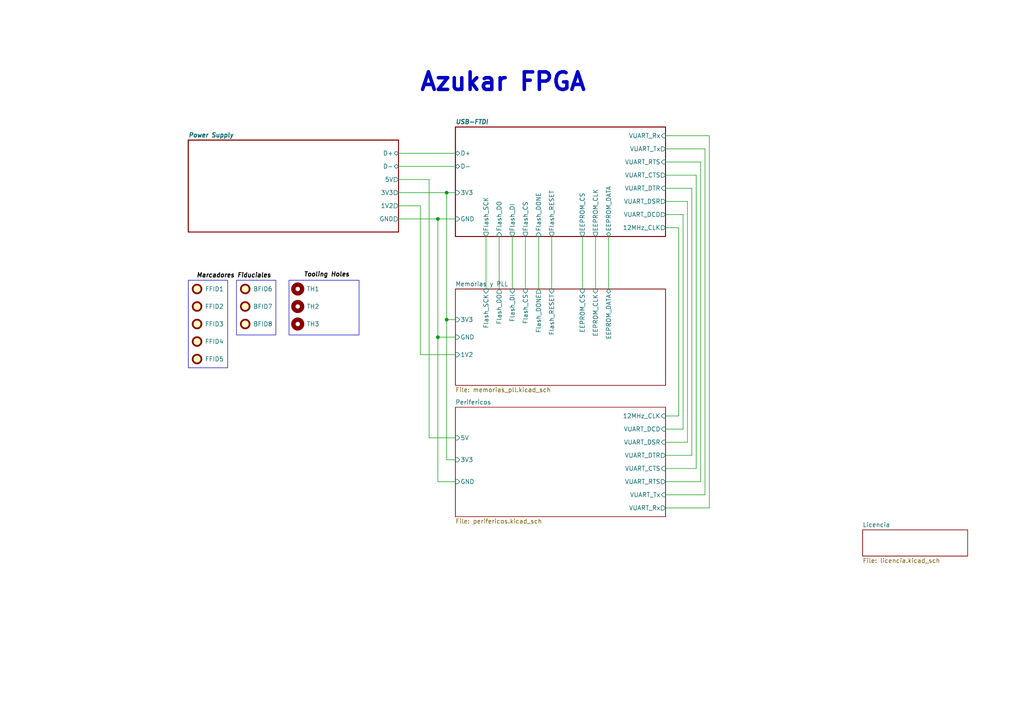
<source format=kicad_sch>
(kicad_sch (version 20250114) (generator "eeschema") (generator_version "9.0")
  (paper "A4")
  (title_block (title "Azukar FPGA") (date "2026-02-04") (rev "1.4") (company "Maximiliano Simonazzi, Valentin Gomez Espeche") (comment 1 "attribution to the original AZUKAR project is preserved.") (comment 2 "This design may be copied, modified, manufactured, and distributed provided that") (comment 3 "Year: 2026") (comment 4 "License: CERN Open Hardware Licence v2 – Permissive (CERN-OHL-P-2.0)"))
  (lib_symbols
    (symbol "Mechanical:Fiducial" (in_bom no)
      (property "Reference" "FID" (at 0 5.08 0))
      (property "Value" "Fiducial" (at 0 3.175 0))
      (symbol "Fiducial_0_1"
        (circle (center 0 0) (radius 1.27) (stroke (width 0.508)) (fill (type background)))
      )
    )
    (symbol "Mechanical:MountingHole" (pin_names (offset 1.016)) (in_bom no)
      (property "Reference" "H" (at 0 5.08 0))
      (property "Value" "MountingHole" (at 0 3.175 0))
      (symbol "MountingHole_0_1"
        (circle (center 0 0) (radius 1.27) (stroke (width 1.27)))
      )
    )
  )
  (rectangle (start 83.82 81.28) (end 104.14 97.155))
  (rectangle (start 68.58 81.28) (end 80.01 97.155))
  (rectangle (start 54.61 81.28) (end 66.04 106.68))
  (text "Tooling Holes" (at 94.742 79.756 0) (effects (font (size 1.27 1.27) (thickness 0.254) (bold yes) (italic yes))))
  (text "Marcadores Fiduciales" (at 67.818 80.01 0) (effects (font (size 1.27 1.27) (thickness 0.254) (bold yes) (italic yes))))
  (text "Azukar FPGA" (at 121.412 23.876 0) (effects (font (size 5.08 5.08) (thickness 1.016) (bold yes)) (justify left)))
  (junction (at 127 97.79))
  (junction (at 127 63.5))
  (junction (at 129.54 92.71))
  (junction (at 129.54 55.88))
  (wire (pts (xy 193.04 128.27) (xy 199.39 128.27)))
  (wire (pts (xy 124.46 52.07) (xy 115.57 52.07)))
  (wire (pts (xy 193.04 124.46) (xy 198.12 124.46)))
  (wire (pts (xy 127 97.79) (xy 127 63.5)))
  (wire (pts (xy 205.74 147.32) (xy 205.74 39.37)))
  (wire (pts (xy 121.92 59.69) (xy 115.57 59.69)))
  (wire (pts (xy 132.08 127) (xy 124.46 127)))
  (wire (pts (xy 127 97.79) (xy 132.08 97.79)))
  (wire (pts (xy 193.04 43.18) (xy 204.47 43.18)))
  (wire (pts (xy 148.59 68.58) (xy 148.59 83.82)))
  (wire (pts (xy 129.54 133.35) (xy 129.54 92.71)))
  (wire (pts (xy 129.54 55.88) (xy 132.08 55.88)))
  (wire (pts (xy 172.72 68.58) (xy 172.72 83.82)))
  (wire (pts (xy 204.47 143.51) (xy 204.47 43.18)))
  (wire (pts (xy 193.04 58.42) (xy 199.39 58.42)))
  (wire (pts (xy 203.2 139.7) (xy 203.2 46.99)))
  (wire (pts (xy 193.04 139.7) (xy 203.2 139.7)))
  (wire (pts (xy 168.91 68.58) (xy 168.91 83.82)))
  (wire (pts (xy 132.08 102.87) (xy 121.92 102.87)))
  (wire (pts (xy 121.92 102.87) (xy 121.92 59.69)))
  (wire (pts (xy 193.04 147.32) (xy 205.74 147.32)))
  (wire (pts (xy 115.57 63.5) (xy 127 63.5)))
  (wire (pts (xy 193.04 132.08) (xy 200.66 132.08)))
  (wire (pts (xy 160.02 68.58) (xy 160.02 83.82)))
  (wire (pts (xy 193.04 143.51) (xy 204.47 143.51)))
  (wire (pts (xy 129.54 92.71) (xy 132.08 92.71)))
  (wire (pts (xy 144.78 68.58) (xy 144.78 83.82)))
  (wire (pts (xy 196.85 66.04) (xy 196.85 120.65)))
  (wire (pts (xy 132.08 139.7) (xy 127 139.7)))
  (wire (pts (xy 193.04 39.37) (xy 205.74 39.37)))
  (wire (pts (xy 152.4 68.58) (xy 152.4 83.82)))
  (wire (pts (xy 127 63.5) (xy 132.08 63.5)))
  (wire (pts (xy 193.04 66.04) (xy 196.85 66.04)))
  (wire (pts (xy 129.54 55.88) (xy 129.54 92.71)))
  (wire (pts (xy 132.08 133.35) (xy 129.54 133.35)))
  (wire (pts (xy 193.04 120.65) (xy 196.85 120.65)))
  (wire (pts (xy 198.12 124.46) (xy 198.12 62.23)))
  (wire (pts (xy 156.21 68.58) (xy 156.21 83.82)))
  (wire (pts (xy 193.04 54.61) (xy 200.66 54.61)))
  (wire (pts (xy 193.04 62.23) (xy 198.12 62.23)))
  (wire (pts (xy 199.39 128.27) (xy 199.39 58.42)))
  (wire (pts (xy 193.04 135.89) (xy 201.93 135.89)))
  (wire (pts (xy 127 139.7) (xy 127 97.79)))
  (wire (pts (xy 115.57 48.26) (xy 132.08 48.26)))
  (wire (pts (xy 200.66 132.08) (xy 200.66 54.61)))
  (wire (pts (xy 115.57 55.88) (xy 129.54 55.88)))
  (wire (pts (xy 176.53 68.58) (xy 176.53 83.82)))
  (wire (pts (xy 193.04 50.8) (xy 201.93 50.8)))
  (wire (pts (xy 140.97 68.58) (xy 140.97 83.82)))
  (wire (pts (xy 124.46 127) (xy 124.46 52.07)))
  (wire (pts (xy 201.93 135.89) (xy 201.93 50.8)))
  (wire (pts (xy 193.04 46.99) (xy 203.2 46.99)))
  (wire (pts (xy 115.57 44.45) (xy 132.08 44.45)))
  (symbol (lib_id "Mechanical:MountingHole") (at 86.36 93.98 0) (unit 1) (in_bom no)
    (property "Reference" "TH3" (at 88.9 93.9799 0) (effects (justify left)))
    (property "Value" "MountingHole" (effects (hide yes)))
    (property "Footprint" "MountingHole:ToolingHole_1.152mm" (effects (hide yes)))
    (property "Description" "Mounting Hole without connection" (effects (hide yes)))
  )
  (symbol (lib_id "Mechanical:Fiducial") (at 57.15 99.06 0) (unit 1)
    (property "Reference" "FFID4" (at 59.436 99.06 0) (effects (justify left)))
    (property "Value" "Fiducial" (effects (hide yes)))
    (property "Footprint" "Fiducial:Fiducial_1mm_Mask2mm" (effects (hide yes)))
    (property "Description" "Fiducial Marker" (effects (hide yes)))
  )
  (symbol (lib_id "Mechanical:Fiducial") (at 57.15 104.14 0) (unit 1)
    (property "Reference" "FFID5" (at 59.436 104.14 0) (effects (justify left)))
    (property "Value" "Fiducial" (effects (hide yes)))
    (property "Footprint" "Fiducial:Fiducial_1mm_Mask2mm" (effects (hide yes)))
    (property "Description" "Fiducial Marker" (effects (hide yes)))
  )
  (symbol (lib_id "Mechanical:MountingHole") (at 86.36 88.9 0) (unit 1) (in_bom no)
    (property "Reference" "TH2" (at 88.9 88.8999 0) (effects (justify left)))
    (property "Value" "MountingHole" (effects (hide yes)))
    (property "Footprint" "MountingHole:ToolingHole_1.152mm" (effects (hide yes)))
    (property "Description" "Mounting Hole without connection" (effects (hide yes)))
  )
  (symbol (lib_id "Mechanical:Fiducial") (at 71.12 93.98 0) (unit 1)
    (property "Reference" "BFID8" (at 73.406 93.98 0) (effects (justify left)))
    (property "Value" "Fiducial" (effects (hide yes)))
    (property "Footprint" "Fiducial:Fiducial_1mm_Mask2mm" (effects (hide yes)))
    (property "Description" "Fiducial Marker" (effects (hide yes)))
  )
  (symbol (lib_id "Mechanical:Fiducial") (at 57.15 83.82 0) (unit 1)
    (property "Reference" "FFID1" (at 59.436 83.82 0) (effects (justify left)))
    (property "Value" "Fiducial" (effects (hide yes)))
    (property "Footprint" "Fiducial:Fiducial_1mm_Mask2mm" (effects (hide yes)))
    (property "Description" "Fiducial Marker" (effects (hide yes)))
  )
  (symbol (lib_id "Mechanical:Fiducial") (at 57.15 93.98 0) (unit 1)
    (property "Reference" "FFID3" (at 59.436 93.98 0) (effects (justify left)))
    (property "Value" "Fiducial" (effects (hide yes)))
    (property "Footprint" "Fiducial:Fiducial_1mm_Mask2mm" (effects (hide yes)))
    (property "Description" "Fiducial Marker" (effects (hide yes)))
  )
  (symbol (lib_id "Mechanical:Fiducial") (at 71.12 88.9 0) (unit 1)
    (property "Reference" "BFID7" (at 73.406 88.9 0) (effects (justify left)))
    (property "Value" "Fiducial" (effects (hide yes)))
    (property "Footprint" "Fiducial:Fiducial_1mm_Mask2mm" (effects (hide yes)))
    (property "Description" "Fiducial Marker" (effects (hide yes)))
  )
  (symbol (lib_id "Mechanical:MountingHole") (at 86.36 83.82 0) (unit 1) (in_bom no)
    (property "Reference" "TH1" (at 88.9 83.8199 0) (effects (justify left)))
    (property "Value" "MountingHole" (effects (hide yes)))
    (property "Footprint" "MountingHole:ToolingHole_1.152mm" (effects (hide yes)))
    (property "Description" "Mounting Hole without connection" (effects (hide yes)))
  )
  (symbol (lib_id "Mechanical:Fiducial") (at 57.15 88.9 0) (unit 1)
    (property "Reference" "FFID2" (at 59.436 88.9 0) (effects (justify left)))
    (property "Value" "Fiducial" (effects (hide yes)))
    (property "Footprint" "Fiducial:Fiducial_1mm_Mask2mm" (effects (hide yes)))
    (property "Description" "Fiducial Marker" (effects (hide yes)))
  )
  (symbol (lib_id "Mechanical:Fiducial") (at 71.12 83.82 0) (unit 1)
    (property "Reference" "BFID6" (at 73.406 83.82 0) (effects (justify left)))
    (property "Value" "Fiducial" (effects (hide yes)))
    (property "Footprint" "Fiducial:Fiducial_1mm_Mask2mm" (effects (hide yes)))
    (property "Description" "Fiducial Marker" (effects (hide yes)))
  )
  (sheet (at 132.08 118.11) (size 60.96 31.75) (stroke (width 0.1524))
    (property "Sheetname" "Perifericos" (at 132.08 117.3984 0) (effects (justify left bottom)))
    (property "Sheetfile" "perifericos.kicad_sch" (at 132.08 150.4446 0) (effects (justify left top)))
    (pin "VUART_Tx" input (at 193.04 143.51 0))
    (pin "VUART_Rx" output (at 193.04 147.32 0))
    (pin "VUART_DSR" input (at 193.04 128.27 0))
    (pin "VUART_CTS" input (at 193.04 135.89 0))
    (pin "VUART_RTS" output (at 193.04 139.7 0))
    (pin "VUART_DTR" output (at 193.04 132.08 0))
    (pin "VUART_DCD" input (at 193.04 124.46 0))
    (pin "3V3" input (at 132.08 133.35 180))
    (pin "GND" input (at 132.08 139.7 180))
    (pin "5V" input (at 132.08 127 180))
    (pin "12MHz_CLK" input (at 193.04 120.65 0))
  )
  (sheet (at 250.19 153.67) (size 30.48 7.62) (stroke (width 0.1524))
    (property "Sheetname" "Licencia" (at 250.19 152.9584 0) (effects (justify left bottom)))
    (property "Sheetfile" "licencia.kicad_sch" (at 250.19 161.8746 0) (effects (justify left top)))
  )
  (sheet (at 132.08 36.83) (size 60.96 31.75) (stroke (width 0.254))
    (property "Sheetname" "USB-FTDI" (at 132.08 36.0676 0) (effects (font (thickness 0.254) (bold yes) (italic yes)) (justify left bottom)))
    (property "Sheetfile" "FTDI.kicad_sch" (effects (hide yes)))
    (pin "D-" bidirectional (at 132.08 48.26 180))
    (pin "3V3" input (at 132.08 55.88 180))
    (pin "GND" input (at 132.08 63.5 180))
    (pin "D+" bidirectional (at 132.08 44.45 180))
    (pin "VUART_DSR" output (at 193.04 58.42 0))
    (pin "VUART_CTS" output (at 193.04 50.8 0))
    (pin "VUART_DTR" input (at 193.04 54.61 0))
    (pin "VUART_RTS" input (at 193.04 46.99 0))
    (pin "VUART_Rx" input (at 193.04 39.37 0))
    (pin "VUART_DCD" output (at 193.04 62.23 0))
    (pin "VUART_Tx" output (at 193.04 43.18 0))
    (pin "Flash_SCK" output (at 140.97 68.58 270))
    (pin "Flash_DI" output (at 148.59 68.58 270))
    (pin "Flash_DO" input (at 144.78 68.58 270))
    (pin "Flash_CS" output (at 152.4 68.58 270))
    (pin "Flash_DONE" input (at 156.21 68.58 270))
    (pin "Flash_RESET" output (at 160.02 68.58 270))
    (pin "EEPROM_CS" output (at 168.91 68.58 270))
    (pin "EEPROM_CLK" output (at 172.72 68.58 270))
    (pin "EEPROM_DATA" bidirectional (at 176.53 68.58 270))
    (pin "12MHz_CLK" output (at 193.04 66.04 0))
  )
  (sheet (at 54.61 40.64) (size 60.96 26.67) (stroke (width 0.254))
    (property "Sheetname" "Power Supply" (at 54.61 39.9284 0) (effects (font (thickness 0.254) (bold yes) (italic yes)) (justify left bottom)))
    (property "Sheetfile" "power_supply.kicad_sch" (effects (hide yes)))
    (pin "D+" bidirectional (at 115.57 44.45 0))
    (pin "D-" bidirectional (at 115.57 48.26 0))
    (pin "1V2" output (at 115.57 59.69 0))
    (pin "3V3" output (at 115.57 55.88 0))
    (pin "GND" output (at 115.57 63.5 0))
    (pin "5V" output (at 115.57 52.07 0))
  )
  (sheet (at 132.08 83.82) (size 60.96 27.94) (stroke (width 0.1524))
    (property "Sheetname" "Memorias y PLL" (at 132.08 83.1084 0) (effects (justify left bottom)))
    (property "Sheetfile" "memorias_pll.kicad_sch" (at 132.08 112.3446 0) (effects (justify left top)))
    (pin "EEPROM_CLK" input (at 172.72 83.82 90))
    (pin "EEPROM_CS" input (at 168.91 83.82 90))
    (pin "EEPROM_DATA" bidirectional (at 176.53 83.82 90))
    (pin "Flash_DONE" output (at 156.21 83.82 90))
    (pin "Flash_CS" input (at 152.4 83.82 90))
    (pin "Flash_DO" output (at 144.78 83.82 90))
    (pin "Flash_DI" input (at 148.59 83.82 90))
    (pin "Flash_SCK" input (at 140.97 83.82 90))
    (pin "Flash_RESET" input (at 160.02 83.82 90))
    (pin "3V3" input (at 132.08 92.71 180))
    (pin "GND" input (at 132.08 97.79 180))
    (pin "1V2" input (at 132.08 102.87 180))
  )
)
</source>
